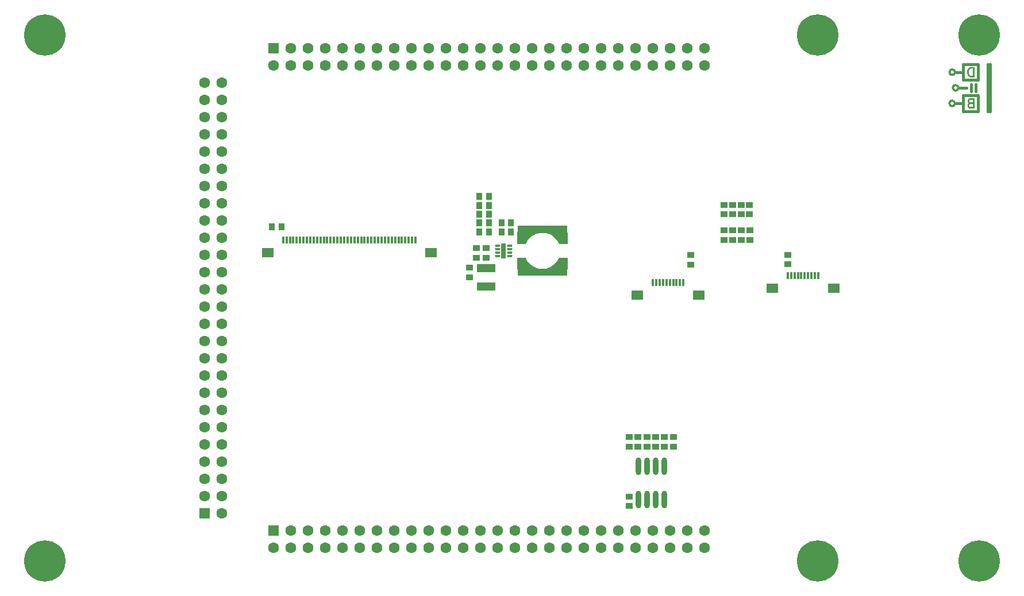
<source format=gbs>
G04*
G04 #@! TF.GenerationSoftware,Altium Limited,Altium Designer,20.0.11 (256)*
G04*
G04 Layer_Color=16711935*
%FSLAX44Y44*%
%MOMM*%
G71*
G01*
G75*
%ADD16C,0.3283*%
%ADD17C,0.4103*%
%ADD19R,0.9000X1.0000*%
%ADD20C,6.1000*%
%ADD21C,1.6000*%
%ADD22R,1.6000X1.6000*%
%ADD23R,1.6000X1.6000*%
%ADD42R,1.0000X0.9000*%
%ADD43R,0.4000X1.1000*%
%ADD44R,1.7500X1.4000*%
%ADD45R,2.7000X1.2000*%
%ADD46R,0.6600X2.2500*%
G04:AMPARAMS|DCode=47|XSize=0.35mm|YSize=0.8mm|CornerRadius=0.1125mm|HoleSize=0mm|Usage=FLASHONLY|Rotation=270.000|XOffset=0mm|YOffset=0mm|HoleType=Round|Shape=RoundedRectangle|*
%AMROUNDEDRECTD47*
21,1,0.3500,0.5750,0,0,270.0*
21,1,0.1250,0.8000,0,0,270.0*
1,1,0.2250,-0.2875,-0.0625*
1,1,0.2250,-0.2875,0.0625*
1,1,0.2250,0.2875,0.0625*
1,1,0.2250,0.2875,-0.0625*
%
%ADD47ROUNDEDRECTD47*%
%ADD48R,7.4000X1.0500*%
%ADD49O,0.8000X2.6000*%
G36*
X801414Y325172D02*
X797225D01*
X796747Y325189D01*
X796285Y325257D01*
X795841Y325343D01*
X795431Y325446D01*
X795037Y325582D01*
X794678Y325736D01*
X794337Y325907D01*
X794029Y326078D01*
X793755Y326232D01*
X793516Y326403D01*
X793294Y326557D01*
X793123Y326693D01*
X792986Y326796D01*
X792884Y326899D01*
X792815Y326950D01*
X792798Y326967D01*
X792405Y327411D01*
X792063Y327873D01*
X791755Y328386D01*
X791499Y328899D01*
X791294Y329428D01*
X791106Y329976D01*
X790952Y330505D01*
X790832Y331001D01*
X790747Y331497D01*
X790678Y331941D01*
X790627Y332352D01*
X790593Y332693D01*
X790576Y332847D01*
Y332984D01*
X790559Y333104D01*
Y333206D01*
Y333292D01*
Y333343D01*
Y333377D01*
Y333394D01*
X790576Y334044D01*
X790661Y334659D01*
X790764Y335241D01*
X790901Y335770D01*
X791072Y336283D01*
X791260Y336745D01*
X791465Y337155D01*
X791670Y337531D01*
X791875Y337873D01*
X792080Y338164D01*
X792268Y338420D01*
X792439Y338625D01*
X792576Y338796D01*
X792678Y338916D01*
X792764Y338984D01*
X792781Y339001D01*
X793140Y339309D01*
X793516Y339565D01*
X793892Y339805D01*
X794268Y339993D01*
X794644Y340164D01*
X795020Y340300D01*
X795379Y340420D01*
X795721Y340505D01*
X796046Y340591D01*
X796337Y340642D01*
X796593Y340676D01*
X796815Y340694D01*
X797003Y340711D01*
X797140Y340728D01*
X801414D01*
Y325172D01*
D02*
G37*
G36*
Y279214D02*
X796097D01*
X795636Y279231D01*
X795208Y279265D01*
X794815Y279334D01*
X794439Y279402D01*
X794097Y279505D01*
X793773Y279624D01*
X793482Y279761D01*
X793208Y279915D01*
X792952Y280086D01*
X792713Y280257D01*
X792507Y280445D01*
X792319Y280633D01*
X792131Y280838D01*
X791978Y281043D01*
X791721Y281453D01*
X791516Y281864D01*
X791345Y282274D01*
X791243Y282650D01*
X791174Y282992D01*
X791123Y283283D01*
X791106Y283402D01*
Y283505D01*
X791089Y283590D01*
Y283641D01*
Y283676D01*
Y283693D01*
X791106Y284154D01*
X791157Y284565D01*
X791243Y284958D01*
X791362Y285300D01*
X791499Y285625D01*
X791636Y285898D01*
X791789Y286154D01*
X791961Y286377D01*
X792114Y286565D01*
X792285Y286719D01*
X792422Y286855D01*
X792559Y286958D01*
X792678Y287043D01*
X792764Y287095D01*
X792815Y287129D01*
X792832Y287146D01*
X792559Y287385D01*
X792319Y287624D01*
X792114Y287881D01*
X791943Y288154D01*
X791789Y288411D01*
X791670Y288684D01*
X791567Y288941D01*
X791482Y289197D01*
X791431Y289436D01*
X791379Y289642D01*
X791345Y289847D01*
X791311Y290018D01*
Y290154D01*
X791294Y290257D01*
Y290325D01*
Y290343D01*
X791311Y290702D01*
X791345Y291060D01*
X791413Y291385D01*
X791499Y291693D01*
X791601Y291966D01*
X791704Y292240D01*
X791824Y292479D01*
X791943Y292701D01*
X792080Y292889D01*
X792200Y293060D01*
X792302Y293214D01*
X792405Y293334D01*
X792490Y293437D01*
X792559Y293505D01*
X792593Y293539D01*
X792610Y293556D01*
X792884Y293778D01*
X793157Y293966D01*
X793465Y294120D01*
X793755Y294274D01*
X794063Y294394D01*
X794371Y294479D01*
X794678Y294565D01*
X794952Y294633D01*
X795226Y294684D01*
X795482Y294719D01*
X795704Y294753D01*
X795909Y294770D01*
X796063Y294787D01*
X801414D01*
Y279214D01*
D02*
G37*
G36*
X201265Y96996D02*
X201359Y96967D01*
X201446Y96921D01*
X201522Y96859D01*
X201585Y96782D01*
X201631Y96695D01*
X201660Y96601D01*
X201670Y96503D01*
Y80003D01*
X201660Y79905D01*
X201631Y79811D01*
X201585Y79724D01*
X201522Y79648D01*
X201446Y79586D01*
X201359Y79539D01*
X201265Y79510D01*
X201167Y79501D01*
X189667D01*
X189636Y79504D01*
X189604Y79505D01*
X189587Y79509D01*
X189569Y79510D01*
X189539Y79520D01*
X189508Y79527D01*
X189492Y79534D01*
X189475Y79539D01*
X189447Y79554D01*
X189418Y79567D01*
X189404Y79577D01*
X189388Y79586D01*
X189363Y79606D01*
X189338Y79624D01*
X189326Y79637D01*
X189312Y79648D01*
X189292Y79672D01*
X189270Y79695D01*
X189261Y79710D01*
X189249Y79724D01*
X189235Y79752D01*
X189218Y79779D01*
X187732Y82751D01*
X185766Y85699D01*
X182822Y89135D01*
X178902Y92074D01*
X173992Y94529D01*
X170083Y95506D01*
X164669Y95999D01*
X159754Y95507D01*
X157789Y95016D01*
X155822Y94524D01*
X153373Y93545D01*
X151409Y92562D01*
X148954Y91090D01*
X146503Y89128D01*
X146042Y88668D01*
X144068Y86200D01*
X141599Y82743D01*
X140116Y79779D01*
X140099Y79752D01*
X140085Y79724D01*
X140073Y79710D01*
X140064Y79695D01*
X140042Y79672D01*
X140022Y79648D01*
X140008Y79637D01*
X139996Y79624D01*
X139971Y79606D01*
X139946Y79586D01*
X139930Y79577D01*
X139916Y79567D01*
X139887Y79554D01*
X139859Y79539D01*
X139842Y79534D01*
X139826Y79527D01*
X139795Y79520D01*
X139765Y79510D01*
X139747Y79509D01*
X139730Y79505D01*
X139699Y79504D01*
X139667Y79501D01*
X128167D01*
X128069Y79510D01*
X127975Y79539D01*
X127888Y79586D01*
X127812Y79648D01*
X127749Y79724D01*
X127703Y79811D01*
X127674Y79905D01*
X127665Y80003D01*
Y96503D01*
X127674Y96601D01*
X127703Y96695D01*
X127749Y96782D01*
X127812Y96859D01*
X127888Y96921D01*
X127975Y96967D01*
X128069Y96996D01*
X128167Y97006D01*
X201167D01*
X201265Y96996D01*
D02*
G37*
G36*
Y59496D02*
X201359Y59467D01*
X201446Y59421D01*
X201522Y59359D01*
X201585Y59282D01*
X201631Y59195D01*
X201660Y59101D01*
X201670Y59003D01*
Y42503D01*
X201660Y42405D01*
X201631Y42311D01*
X201585Y42224D01*
X201522Y42148D01*
X201446Y42086D01*
X201359Y42039D01*
X201265Y42010D01*
X201167Y42001D01*
X128167D01*
X128069Y42010D01*
X127975Y42039D01*
X127888Y42086D01*
X127812Y42148D01*
X127749Y42224D01*
X127703Y42311D01*
X127674Y42405D01*
X127665Y42503D01*
Y59003D01*
X127674Y59101D01*
X127703Y59195D01*
X127749Y59282D01*
X127812Y59359D01*
X127888Y59421D01*
X127975Y59467D01*
X128069Y59496D01*
X128167Y59506D01*
X139667D01*
X139699Y59503D01*
X139730Y59502D01*
X139747Y59498D01*
X139765Y59496D01*
X139795Y59487D01*
X139826Y59480D01*
X139842Y59473D01*
X139859Y59467D01*
X139887Y59453D01*
X139916Y59440D01*
X139930Y59429D01*
X139946Y59421D01*
X139971Y59401D01*
X139996Y59383D01*
X140008Y59370D01*
X140022Y59359D01*
X140042Y59334D01*
X140064Y59311D01*
X140073Y59296D01*
X140085Y59282D01*
X140099Y59255D01*
X140116Y59228D01*
X142096Y55269D01*
X143564Y53311D01*
X145530Y50854D01*
X148962Y47912D01*
X151409Y46444D01*
X153360Y45469D01*
X159271Y43498D01*
X164665Y43008D01*
X169593Y43501D01*
X172057Y43994D01*
X173992Y44477D01*
X176930Y45946D01*
X180376Y47916D01*
X183808Y50857D01*
X186264Y53804D01*
X187232Y55256D01*
X189218Y59228D01*
X189235Y59255D01*
X189249Y59282D01*
X189261Y59296D01*
X189270Y59311D01*
X189292Y59334D01*
X189312Y59359D01*
X189326Y59370D01*
X189338Y59383D01*
X189363Y59401D01*
X189388Y59421D01*
X189404Y59429D01*
X189418Y59440D01*
X189447Y59453D01*
X189475Y59467D01*
X189492Y59473D01*
X189508Y59480D01*
X189539Y59487D01*
X189569Y59496D01*
X189587Y59498D01*
X189604Y59502D01*
X189636Y59503D01*
X189667Y59506D01*
X201167D01*
X201265Y59496D01*
D02*
G37*
%LPC*%
G36*
X799140Y338386D02*
X797243D01*
X796935Y338369D01*
X796627Y338335D01*
X796337Y338283D01*
X796063Y338198D01*
X795807Y338112D01*
X795567Y338010D01*
X795345Y337907D01*
X795140Y337805D01*
X794952Y337685D01*
X794781Y337582D01*
X794644Y337480D01*
X794525Y337394D01*
X794422Y337309D01*
X794354Y337258D01*
X794320Y337224D01*
X794302Y337206D01*
X794046Y336933D01*
X793824Y336642D01*
X793619Y336352D01*
X793448Y336027D01*
X793311Y335719D01*
X793191Y335394D01*
X793089Y335087D01*
X793020Y334796D01*
X792952Y334506D01*
X792918Y334232D01*
X792884Y334010D01*
X792849Y333805D01*
Y333634D01*
X792832Y333497D01*
Y333428D01*
Y333394D01*
X792849Y332847D01*
X792901Y332317D01*
X792969Y331822D01*
X793072Y331360D01*
X793191Y330933D01*
X793311Y330540D01*
X793448Y330164D01*
X793584Y329839D01*
X793738Y329548D01*
X793875Y329292D01*
X793995Y329070D01*
X794114Y328881D01*
X794217Y328745D01*
X794285Y328642D01*
X794337Y328574D01*
X794354Y328557D01*
X794576Y328369D01*
X794798Y328215D01*
X795037Y328061D01*
X795277Y327941D01*
X795533Y327839D01*
X795772Y327753D01*
X796217Y327634D01*
X796422Y327582D01*
X796610Y327548D01*
X796781Y327531D01*
X796935Y327514D01*
X797055Y327497D01*
X799140D01*
Y338386D01*
D02*
G37*
G36*
Y292462D02*
X796285D01*
X795824Y292445D01*
X795431Y292377D01*
X795089Y292291D01*
X794798Y292189D01*
X794576Y292086D01*
X794422Y292001D01*
X794320Y291932D01*
X794285Y291915D01*
X794046Y291693D01*
X793875Y291437D01*
X793738Y291180D01*
X793653Y290941D01*
X793602Y290702D01*
X793584Y290530D01*
X793567Y290462D01*
Y290411D01*
Y290377D01*
Y290360D01*
X793602Y290001D01*
X793670Y289693D01*
X793790Y289419D01*
X793960Y289180D01*
X794148Y288992D01*
X794354Y288821D01*
X794576Y288684D01*
X794815Y288582D01*
X795054Y288496D01*
X795277Y288428D01*
X795482Y288394D01*
X795670Y288360D01*
X795824Y288342D01*
X795960Y288325D01*
X799140D01*
Y292462D01*
D02*
G37*
G36*
Y286000D02*
X796200D01*
X795704Y285984D01*
X795260Y285898D01*
X794884Y285795D01*
X794559Y285642D01*
X794285Y285471D01*
X794046Y285283D01*
X793875Y285077D01*
X793721Y284855D01*
X793602Y284650D01*
X793516Y284428D01*
X793448Y284240D01*
X793413Y284069D01*
X793379Y283915D01*
X793362Y283813D01*
Y283744D01*
Y283710D01*
X793396Y283334D01*
X793482Y282992D01*
X793619Y282701D01*
X793790Y282462D01*
X793995Y282240D01*
X794234Y282069D01*
X794473Y281932D01*
X794730Y281812D01*
X794986Y281727D01*
X795226Y281659D01*
X795465Y281607D01*
X795670Y281573D01*
X795841Y281556D01*
X795978Y281539D01*
X799140D01*
Y286000D01*
D02*
G37*
%LPD*%
D16*
X772690Y332958D02*
G03*
X772690Y332958I-4103J0D01*
G01*
X777614Y309979D02*
G03*
X777614Y309979I-4103J0D01*
G01*
X772690Y287000D02*
G03*
X772690Y287000I-4103J0D01*
G01*
D17*
X796489Y305055D02*
Y314903D01*
X803055Y305055D02*
Y314903D01*
X773511Y332958D02*
X785000D01*
X785000Y321469D02*
X806338D01*
Y344447D01*
X785000D02*
X806338D01*
X785000Y321469D02*
Y344447D01*
X778435Y309979D02*
X789924D01*
X785000Y275511D02*
Y298489D01*
X806338D01*
Y275511D02*
Y298489D01*
X785000Y275511D02*
X806338D01*
X773511Y287000D02*
X785000D01*
X821110Y344447D02*
X824392D01*
X821110Y275511D02*
Y344447D01*
X824392Y275511D02*
Y344447D01*
X821110Y275511D02*
X824392D01*
D19*
X71665Y149503D02*
D03*
X85665D02*
D03*
X85665Y136503D02*
D03*
X71665D02*
D03*
X71669Y123503D02*
D03*
X85669D02*
D03*
X71669Y110503D02*
D03*
X85669D02*
D03*
X85665Y97503D02*
D03*
X71665D02*
D03*
X118669Y97503D02*
D03*
X104669D02*
D03*
X118669Y110503D02*
D03*
X104669D02*
D03*
X-233903Y104878D02*
D03*
X-219903D02*
D03*
D20*
X570000Y388000D02*
D03*
Y-388000D02*
D03*
X808000Y388000D02*
D03*
Y-388000D02*
D03*
X-568000D02*
D03*
Y388000D02*
D03*
D21*
X-333299Y317602D02*
D03*
Y292202D02*
D03*
Y266802D02*
D03*
Y241402D02*
D03*
Y216002D02*
D03*
Y190602D02*
D03*
Y165202D02*
D03*
Y139802D02*
D03*
Y114402D02*
D03*
Y89002D02*
D03*
Y63602D02*
D03*
Y38202D02*
D03*
Y12802D02*
D03*
Y-12598D02*
D03*
Y-37998D02*
D03*
Y-63398D02*
D03*
Y-88798D02*
D03*
Y-114198D02*
D03*
X-307899Y317602D02*
D03*
Y292202D02*
D03*
Y266802D02*
D03*
Y241402D02*
D03*
Y216002D02*
D03*
Y190602D02*
D03*
Y165202D02*
D03*
Y139802D02*
D03*
Y114402D02*
D03*
Y89002D02*
D03*
Y63602D02*
D03*
Y38202D02*
D03*
Y12802D02*
D03*
Y-12598D02*
D03*
Y-37998D02*
D03*
Y-63398D02*
D03*
Y-88798D02*
D03*
Y-114198D02*
D03*
Y-317398D02*
D03*
X-333299Y-291998D02*
D03*
X-307899D02*
D03*
X-333299Y-266598D02*
D03*
X-307899D02*
D03*
X-333299Y-241198D02*
D03*
X-307899D02*
D03*
X-333299Y-215798D02*
D03*
X-307899D02*
D03*
X-333299Y-190398D02*
D03*
X-307899D02*
D03*
X-333299Y-164998D02*
D03*
X-307899D02*
D03*
Y-139598D02*
D03*
X-333299D02*
D03*
X403302Y-342900D02*
D03*
X377902D02*
D03*
X352502D02*
D03*
X327102D02*
D03*
X301702D02*
D03*
X276302D02*
D03*
X250902D02*
D03*
X225502D02*
D03*
X200102D02*
D03*
X174702D02*
D03*
X149302D02*
D03*
X123902D02*
D03*
X98502D02*
D03*
X73102D02*
D03*
X47702D02*
D03*
X22302D02*
D03*
X-3098D02*
D03*
X-28498D02*
D03*
X403302Y-368300D02*
D03*
X377902D02*
D03*
X352502D02*
D03*
X327102D02*
D03*
X301702D02*
D03*
X276302D02*
D03*
X250902D02*
D03*
X225502D02*
D03*
X200102D02*
D03*
X174702D02*
D03*
X149302D02*
D03*
X123902D02*
D03*
X98502D02*
D03*
X73102D02*
D03*
X47702D02*
D03*
X22302D02*
D03*
X-3098D02*
D03*
X-28498D02*
D03*
X-231698D02*
D03*
X-206298Y-342900D02*
D03*
Y-368300D02*
D03*
X-180898Y-342900D02*
D03*
Y-368300D02*
D03*
X-155498Y-342900D02*
D03*
Y-368300D02*
D03*
X-130098Y-342900D02*
D03*
Y-368300D02*
D03*
X-104698Y-342900D02*
D03*
Y-368300D02*
D03*
X-79298Y-342900D02*
D03*
Y-368300D02*
D03*
X-53898D02*
D03*
Y-342900D02*
D03*
X403299Y368300D02*
D03*
X377899D02*
D03*
X352499D02*
D03*
X327099D02*
D03*
X301699D02*
D03*
X276299D02*
D03*
X250899D02*
D03*
X225499D02*
D03*
X200099D02*
D03*
X174699D02*
D03*
X149299D02*
D03*
X123899D02*
D03*
X98499D02*
D03*
X73099D02*
D03*
X47699D02*
D03*
X22299D02*
D03*
X-3101D02*
D03*
X-28501D02*
D03*
X403299Y342900D02*
D03*
X377899D02*
D03*
X352499D02*
D03*
X327099D02*
D03*
X301699D02*
D03*
X276299D02*
D03*
X250899D02*
D03*
X225499D02*
D03*
X200099D02*
D03*
X174699D02*
D03*
X149299D02*
D03*
X123899D02*
D03*
X98499D02*
D03*
X73099D02*
D03*
X47699D02*
D03*
X22299D02*
D03*
X-3101D02*
D03*
X-28501D02*
D03*
X-231701D02*
D03*
X-206301Y368300D02*
D03*
Y342900D02*
D03*
X-180901Y368300D02*
D03*
Y342900D02*
D03*
X-155501Y368300D02*
D03*
Y342900D02*
D03*
X-130101Y368300D02*
D03*
Y342900D02*
D03*
X-104701Y368300D02*
D03*
Y342900D02*
D03*
X-79301Y368300D02*
D03*
Y342900D02*
D03*
X-53901D02*
D03*
Y368300D02*
D03*
D22*
X-333299Y-317398D02*
D03*
D23*
X-231698Y-342900D02*
D03*
X-231701Y368300D02*
D03*
D42*
X525950Y63540D02*
D03*
Y49540D02*
D03*
X57500Y30502D02*
D03*
Y44502D02*
D03*
X292650Y-306696D02*
D03*
Y-292696D02*
D03*
X305650Y-219200D02*
D03*
Y-205200D02*
D03*
X382911Y63290D02*
D03*
Y49290D02*
D03*
X432661Y137262D02*
D03*
Y123263D02*
D03*
X445161Y99759D02*
D03*
Y85759D02*
D03*
X432661Y99759D02*
D03*
Y85759D02*
D03*
X457500Y99759D02*
D03*
Y85759D02*
D03*
X470161Y99759D02*
D03*
Y85759D02*
D03*
X470000Y123259D02*
D03*
Y137259D02*
D03*
X457500Y123259D02*
D03*
Y137259D02*
D03*
X445161Y123259D02*
D03*
Y137259D02*
D03*
X67667Y59502D02*
D03*
Y73502D02*
D03*
X81667Y59502D02*
D03*
Y73502D02*
D03*
X318650Y-205200D02*
D03*
Y-219200D02*
D03*
X344650Y-205200D02*
D03*
Y-219200D02*
D03*
X331650Y-205200D02*
D03*
Y-219200D02*
D03*
X357650Y-205200D02*
D03*
Y-219200D02*
D03*
X292650Y-205200D02*
D03*
Y-219200D02*
D03*
D43*
X526200Y33000D02*
D03*
X531200D02*
D03*
X536200D02*
D03*
X571200D02*
D03*
X566200D02*
D03*
X561200D02*
D03*
X556200D02*
D03*
X551200D02*
D03*
X546200D02*
D03*
X541200D02*
D03*
X342500Y23071D02*
D03*
X347500D02*
D03*
X352500D02*
D03*
X357500D02*
D03*
X362500D02*
D03*
X367500D02*
D03*
X372500D02*
D03*
X337500D02*
D03*
X332500D02*
D03*
X327500D02*
D03*
X-52262Y85478D02*
D03*
X-57262D02*
D03*
X-67262D02*
D03*
X-72262D02*
D03*
X-82261D02*
D03*
X-87261D02*
D03*
X-92261D02*
D03*
X-97261D02*
D03*
X-102261D02*
D03*
X-107261D02*
D03*
X-112261D02*
D03*
X-117261D02*
D03*
X-122261D02*
D03*
X-197262D02*
D03*
X-192262D02*
D03*
X-187262D02*
D03*
X-182262D02*
D03*
X-177262D02*
D03*
X-172262D02*
D03*
X-167262D02*
D03*
X-162262D02*
D03*
X-157262D02*
D03*
X-152261D02*
D03*
X-147262D02*
D03*
X-142261D02*
D03*
X-137261D02*
D03*
X-132261D02*
D03*
X-127261D02*
D03*
X-62262D02*
D03*
X-217262D02*
D03*
X-212262D02*
D03*
X-207262D02*
D03*
X-202262D02*
D03*
X-77262D02*
D03*
X-22262D02*
D03*
X-27262D02*
D03*
X-32262D02*
D03*
X-37262D02*
D03*
X-42262D02*
D03*
X-47262D02*
D03*
D44*
X593950Y14000D02*
D03*
X503450D02*
D03*
X304750Y4072D02*
D03*
X395250D02*
D03*
X488Y66477D02*
D03*
X-240012D02*
D03*
D45*
X81667Y17255D02*
D03*
Y44255D02*
D03*
D46*
X107667Y69503D02*
D03*
D47*
X98917Y77003D02*
D03*
Y72003D02*
D03*
Y67003D02*
D03*
Y62003D02*
D03*
X116417D02*
D03*
Y67003D02*
D03*
Y72003D02*
D03*
Y77003D02*
D03*
D48*
X164667Y101253D02*
D03*
Y37753D02*
D03*
D49*
X344050Y-297000D02*
D03*
X331350D02*
D03*
X318650D02*
D03*
X305950D02*
D03*
X344050Y-248000D02*
D03*
X331350D02*
D03*
X318650D02*
D03*
X305950D02*
D03*
M02*

</source>
